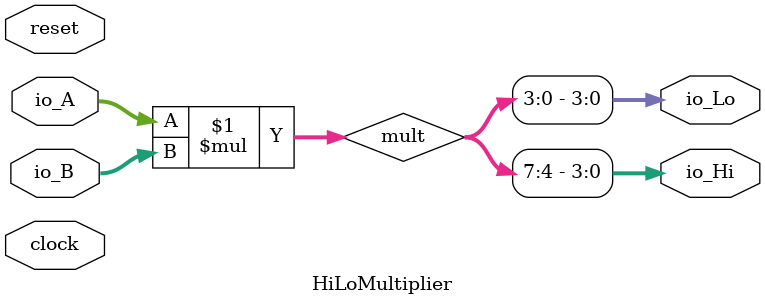
<source format=v>
module HiLoMultiplier(
  input        clock,
  input        reset,
  input  [3:0] io_A,
  input  [3:0] io_B,
  output [3:0] io_Hi,
  output [3:0] io_Lo
);
  wire [7:0] mult = io_A * io_B; // @[HiLoMultiplier.scala 14:19]
  assign io_Hi = mult[7:4]; // @[HiLoMultiplier.scala 16:16]
  assign io_Lo = mult[3:0]; // @[HiLoMultiplier.scala 15:16]
endmodule

</source>
